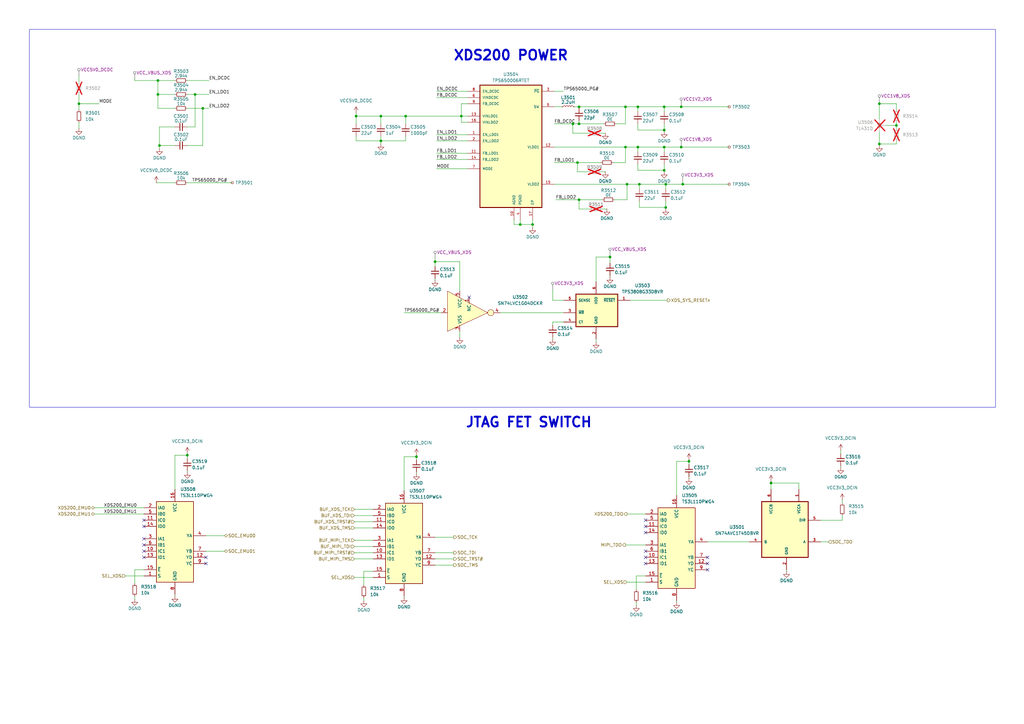
<source format=kicad_sch>
(kicad_sch (version 20250114) (generator "eeschema") (generator_version "9.0")
  (paper "A3")
  (title_block (title "Barre de son (base saine)") (date "2025-05-16") (rev "1.0") (company "NDH"))
  (lib_symbols
    (symbol "Connector:TestPoint_Small" (pin_numbers (hide yes)) (pin_names (offset 0.762) (hide yes))
      (property "Reference" "TP" (at 0 3.81 0))
      (property "Value" "TestPoint_Small" (at 0 2.032 0))
      (symbol "TestPoint_Small_0_1"
        (circle (center 0 0) (radius 0.508))
      )
      (symbol "TestPoint_Small_1_1"
        (pin passive line (at 0 0 90) (length 0) (name "1") (number "1"))
      )
    )
    (symbol "Device:C_Small" (pin_numbers (hide yes)) (pin_names (offset 0.254) (hide yes))
      (property "Reference" "C" (at 0.254 1.778 0))
      (property "Value" "C_Small" (at 0.254 -2.032 0))
      (symbol "C_Small_0_1"
        (polyline (pts (xy -1.524 0.508) (xy 1.524 0.508)) (stroke (width 0.3048)))
        (polyline (pts (xy -1.524 -0.508) (xy 1.524 -0.508)) (stroke (width 0.3302)))
      )
      (symbol "C_Small_1_1"
        (pin passive line (at 0 2.54 270) (length 2.032) (name "~") (number "1"))
        (pin passive line (at 0 -2.54 90) (length 2.032) (name "~") (number "2"))
      )
    )
    (symbol "Device:L_Small" (pin_numbers (hide yes)) (pin_names (offset 0.254) (hide yes))
      (property "Reference" "L" (at 0.762 1.016 0))
      (property "Value" "L_Small" (at 0.762 -1.016 0))
      (symbol "L_Small_0_1"
        (arc (start 0 2.032) (mid 0.5058 1.524) (end 0 1.016))
        (arc (start 0 1.016) (mid 0.5058 0.508) (end 0 0))
        (arc (start 0 0) (mid 0.5058 -0.508) (end 0 -1.016))
        (arc (start 0 -1.016) (mid 0.5058 -1.524) (end 0 -2.032))
      )
      (symbol "L_Small_1_1"
        (pin passive line (at 0 2.54 270) (length 0.508) (name "~") (number "1"))
        (pin passive line (at 0 -2.54 90) (length 0.508) (name "~") (number "2"))
      )
    )
    (symbol "Device:R_Small" (pin_numbers (hide yes)) (pin_names (offset 0.254) (hide yes))
      (property "Reference" "R" (at 0.762 0.508 0))
      (property "Value" "R_Small" (at 0.762 -1.016 0))
      (symbol "R_Small_0_1"
        (rectangle (start -0.762 1.778) (end 0.762 -1.778) (stroke (width 0.2032)))
      )
      (symbol "R_Small_1_1"
        (pin passive line (at 0 2.54 270) (length 0.762) (name "~") (number "1"))
        (pin passive line (at 0 -2.54 90) (length 0.762) (name "~") (number "2"))
      )
    )
    (symbol "Libglobal:SN74AVC1T45DBVR" (pin_names (offset 1.016))
      (property "Reference" "U" (at -12.7 13.7 0))
      (property "Value" "SN74AVC1T45DBVR" (at 2.286 -16.256 0))
      (symbol "SN74AVC1T45DBVR_0_0"
        (rectangle (start -12.7 10.16) (end 6.35 -12.7) (stroke (width 0.41)) (fill (type background)))
        (pin input line (at -17.78 2.54 0) (length 5.08) (name "DIR") (number "5"))
        (pin input line (at -17.78 -6.35 0) (length 5.08) (name "A") (number "3"))
        (pin power_in line (at -8.89 15.24 270) (length 5.08) (name "VCCA") (number "1"))
        (pin power_in line (at -3.81 -17.78 90) (length 5.08) (name "GND") (number "2"))
        (pin power_in line (at 2.54 15.24 270) (length 5.08) (name "VCCB") (number "6"))
        (pin output line (at 11.43 -6.35 180) (length 5.08) (name "B") (number "4"))
      )
    )
    (symbol "Libglobal:SN74LVC1G04DCKR"
      (property "Reference" "U" (at 0 0 0))
      (property "Value" "SN74LVC1G04DCKR" (at -0.508 -1.524 0))
      (symbol "SN74LVC1G04DCKR_1_1"
        (polyline (pts (xy -10.16 -11.43) (xy -10.16 -24.13) (xy 6.35 -16.51) (xy -10.16 -7.62) (xy -10.16 -11.43)) (fill (type background)))
        (circle (center 6.35 -16.51) (radius 0.0001))
        (circle (center 7.62 -16.51) (radius 1.27) (fill (type background)))
        (pin input line (at -12.7 -16.51 0) (length 2.54) (name "") (number "2"))
        (pin input line (at -5.08 -7.62 270) (length 2.54) (name "VCC") (number "5"))
        (pin input line (at -5.08 -24.13 90) (length 2.54) (name "VSS") (number "3"))
        (pin input line (at -1.27 -10.16 270) (length 2.54) (name "NC") (number "1"))
        (pin output line (at 11.43 -16.51 180) (length 2.54) (name "") (number "4"))
      )
    )
    (symbol "Libglobal:TPS3808G33DBVR" (pin_names (offset 1.016))
      (property "Reference" "U" (at -20.574 16.002 0))
      (property "Value" "TPS3808G33DBVR" (at -20.574 13.97 0))
      (symbol "TPS3808G33DBVR_0_0"
        (rectangle (start -8.255 12.7) (end 8.89 -0.635) (stroke (width 0.41)) (fill (type background)))
        (pin input line (at -13.335 10.16 0) (length 5.08) (name "SENSE") (number "5"))
        (pin input line (at -13.335 5.08 0) (length 5.08) (name "~{MR}") (number "3"))
        (pin input line (at -13.335 1.27 0) (length 5.08) (name "CT") (number "4"))
        (pin power_in line (at 0 17.78 270) (length 5.08) (name "VDD") (number "6"))
        (pin power_in line (at 0 -5.715 90) (length 5.08) (name "GND") (number "2"))
        (pin output line (at 13.97 10.16 180) (length 5.08) (name "~{RESET}") (number "1"))
      )
    )
    (symbol "Libglobal:TPS650006RTET" (pin_names (offset 1.016))
      (property "Reference" "U" (at -14.986 28.956 0))
      (property "Value" "TPS650006RTET" (at -14.986 26.416 0))
      (symbol "TPS650006RTET_0_0"
        (rectangle (start -15.24 25.4) (end 10.16 -24.765) (stroke (width 0.4064)) (fill (type background)))
        (pin input line (at -20.32 22.86 0) (length 5.08) (name "EN_DCDC") (number "8"))
        (pin power_in line (at -20.32 20.32 0) (length 5.08) (name "VINDCDC") (number "6"))
        (pin input line (at -20.32 17.78 0) (length 5.08) (name "FB_DCDC") (number "9"))
        (pin power_in line (at -20.32 12.7 0) (length 5.08) (name "VINLDO1") (number "13"))
        (pin power_in line (at -20.32 10.16 0) (length 5.08) (name "VINLDO2") (number "16"))
        (pin input line (at -20.32 5.08 0) (length 5.08) (name "EN_LDO1") (number "1"))
        (pin input line (at -20.32 2.54 0) (length 5.08) (name "EN_LDO2") (number "2"))
        (pin input line (at -20.32 -2.54 0) (length 5.08) (name "FB_LDO1") (number "11"))
        (pin input line (at -20.32 -5.08 0) (length 5.08) (name "FB_LDO2") (number "14"))
        (pin input line (at -20.32 -8.89 0) (length 5.08) (name "MODE") (number "7"))
        (pin passive line (at -1.27 -29.845 90) (length 5.08) (name "AGND") (number "10"))
        (pin passive line (at 1.27 -29.845 90) (length 5.08) (name "PGND") (number "4"))
        (pin passive line (at 6.35 -29.845 90) (length 5.08) (name "EP") (number "17"))
        (pin output line (at 15.24 16.51 180) (length 5.08) (name "SW") (number "5"))
        (pin output line (at 15.24 0 180) (length 5.08) (name "VLDO1") (number "12"))
        (pin output line (at 15.24 -15.24 180) (length 5.08) (name "VLDO2") (number "15"))
      )
      (symbol "TPS650006RTET_1_0"
        (pin output line (at 15.24 22.86 180) (length 5.08) (name "~{PG}") (number "3"))
      )
    )
    (symbol "Libglobal:TS3L110PWG4"
      (property "Reference" "U" (at -4.572 14.224 0))
      (property "Value" "TS3L110PWG4" (at -4.572 11.684 0))
      (symbol "TS3L110PWG4_1_1"
        (rectangle (start 5.08 8.89) (end 20.32 -24.13) (stroke (width 0.254)) (fill (type background)))
        (pin passive line (at 0 6.35 0) (length 5.08) (name "IA0") (number "2"))
        (pin passive line (at 0 3.81 0) (length 5.08) (name "IB0") (number "5"))
        (pin passive line (at 0 1.27 0) (length 5.08) (name "IC0") (number "11"))
        (pin passive line (at 0 -1.27 0) (length 5.08) (name "ID0") (number "14"))
        (pin passive line (at 0 -6.35 0) (length 5.08) (name "IA1") (number "3"))
        (pin passive line (at 0 -8.89 0) (length 5.08) (name "IB1") (number "6"))
        (pin passive line (at 0 -11.43 0) (length 5.08) (name "IC1") (number "10"))
        (pin passive line (at 0 -13.97 0) (length 5.08) (name "ID1") (number "13"))
        (pin passive line (at 0 -19.05 0) (length 5.08) (name "~{E}") (number "15"))
        (pin passive line (at 0 -21.59 0) (length 5.08) (name "S") (number "1"))
        (pin passive line (at 12.7 13.97 270) (length 5.08) (name "VCC") (number "16"))
        (pin passive line (at 12.7 -29.21 90) (length 5.08) (name "GND") (number "8"))
        (pin passive line (at 25.4 -5.08 180) (length 5.08) (name "YA") (number "4"))
        (pin passive line (at 25.4 -11.43 180) (length 5.08) (name "YB") (number "7"))
        (pin passive line (at 25.4 -13.97 180) (length 5.08) (name "YD") (number "12"))
        (pin passive line (at 25.4 -16.51 180) (length 5.08) (name "YC") (number "9"))
      )
    )
    (symbol "Reference_Voltage:TL431D" (pin_numbers (hide yes)) (pin_names (hide yes))
      (property "Reference" "U" (at 0 -2.54 0))
      (property "Value" "TL431D" (at 0 -4.445 0))
      (symbol "TL431D_0_1"
        (polyline (pts (xy -1.27 0) (xy 0 0) (xy 1.27 0)))
        (polyline (pts (xy -0.762 -0.762) (xy -0.762 0.762) (xy -0.762 0.762) (xy 0.762 0) (xy -0.762 -0.762)) (fill (type outline)))
        (polyline (pts (xy 0.254 -0.762) (xy 0.762 -0.762) (xy 0.762 0.762) (xy 0.762 0.762)) (stroke (width 0.254)))
      )
      (symbol "TL431D_1_1"
        (polyline (pts (xy 0 1.27) (xy 0 0)))
        (pin passive line (at -2.54 0 0) (length 2.54) (name "A") (number "2"))
        (pin passive line (at -2.54 0 0) (length 2.54) (hide yes) (name "A") (number "3"))
        (pin passive line (at -2.54 0 0) (length 2.54) (hide yes) (name "A") (number "6"))
        (pin passive line (at -2.54 0 0) (length 2.54) (hide yes) (name "A") (number "7"))
        (pin passive line (at 0 2.54 270) (length 2.54) (name "REF") (number "8"))
        (pin passive line (at 2.54 0 180) (length 2.54) (name "K") (number "1"))
      )
    )
    (symbol "power:+1V0" (power) (pin_numbers (hide yes)) (pin_names (offset 0) (hide yes))
      (property "Value" "+1V0" (at 0 3.556 0))
      (symbol "+1V0_0_1"
        (polyline (pts (xy -0.762 1.27) (xy 0 2.54)))
        (polyline (pts (xy 0 2.54) (xy 0.762 1.27)))
        (polyline (pts (xy 0 0) (xy 0 2.54)))
      )
      (symbol "+1V0_1_1"
        (pin power_in line (at 0 0 90) (length 0) (name "~") (number "1"))
      )
    )
    (symbol "power:GND" (power) (pin_numbers (hide yes)) (pin_names (offset 0) (hide yes))
      (property "Value" "GND" (at 0 -3.81 0))
      (symbol "GND_0_1"
        (polyline (pts (xy 0 0) (xy 0 -1.27) (xy 1.27 -1.27) (xy 0 -2.54) (xy -1.27 -1.27) (xy 0 -1.27)))
      )
      (symbol "GND_1_1"
        (pin power_in line (at 0 0 270) (length 0) (name "~") (number "1"))
      )
    )
  )
  (rectangle (start 12.065 12.065) (end 408.305 167.005))
  (text "JTAG FET SWITCH \n" (at 218.44 173.355 0) (effects (font (size 4 4) (thickness 0.8) (bold yes))))
  (text "XDS200 POWER\n" (at 209.55 22.86 0) (effects (font (size 4 4) (thickness 0.8) (bold yes))))
  (junction (at 273.05 75.565))
  (junction (at 189.23 47.625))
  (junction (at 64.77 33.02))
  (junction (at 237.49 50.8))
  (junction (at 282.575 189.23))
  (junction (at 156.21 47.625))
  (junction (at 83.185 44.45))
  (junction (at 262.255 75.565))
  (junction (at 80.01 38.735))
  (junction (at 256.54 43.815))
  (junction (at 213.36 92.075))
  (junction (at 272.415 60.325))
  (junction (at 65.405 59.69))
  (junction (at 237.49 81.915))
  (junction (at 367.665 51.435))
  (junction (at 360.68 42.545))
  (junction (at 256.54 60.325))
  (junction (at 261.62 43.815))
  (junction (at 156.21 57.785))
  (junction (at 250.19 105.41))
  (junction (at 272.415 53.34))
  (junction (at 360.68 59.055))
  (junction (at 166.37 47.625))
  (junction (at 178.435 107.315))
  (junction (at 261.62 60.325))
  (junction (at 316.23 198.12))
  (junction (at 257.175 75.565))
  (junction (at 236.855 66.675))
  (junction (at 279.4 43.815))
  (junction (at 272.415 43.815))
  (junction (at 237.49 43.815))
  (junction (at 170.815 187.325))
  (junction (at 32.385 42.545))
  (junction (at 273.05 85.09))
  (junction (at 279.4 60.325))
  (junction (at 280.035 75.565))
  (junction (at 218.44 92.075))
  (junction (at 64.77 38.735))
  (junction (at 146.05 47.625))
  (junction (at 234.95 50.8))
  (junction (at 76.835 186.69))
  (junction (at 272.415 69.85))
  (no_connect (at 264.795 213.36))
  (no_connect (at 84.455 228.6))
  (no_connect (at 59.055 226.06))
  (no_connect (at 290.195 228.6))
  (no_connect (at 59.055 223.52))
  (no_connect (at 264.795 226.06))
  (no_connect (at 264.795 218.44))
  (no_connect (at 290.195 231.14))
  (no_connect (at 264.795 231.14))
  (no_connect (at 290.195 233.68))
  (no_connect (at 59.055 220.98))
  (no_connect (at 59.055 213.36))
  (no_connect (at 264.795 228.6))
  (no_connect (at 84.455 231.14))
  (no_connect (at 264.795 215.9))
  (no_connect (at 59.055 215.9))
  (no_connect (at 59.055 228.6))
  (no_connect (at 192.405 121.92))
  (wire (pts (xy 85.725 44.45) (xy 83.185 44.45)))
  (wire (pts (xy 262.255 77.47) (xy 262.255 75.565)))
  (wire (pts (xy 156.21 55.88) (xy 156.21 57.785)))
  (wire (pts (xy 237.49 49.53) (xy 237.49 50.8)))
  (wire (pts (xy 367.665 42.545) (xy 367.665 45.085)))
  (wire (pts (xy 234.95 54.61) (xy 234.95 50.8)))
  (wire (pts (xy 256.54 50.8) (xy 256.54 43.815)))
  (wire (pts (xy 191.77 69.215) (xy 179.07 69.215)))
  (wire (pts (xy 257.175 210.82) (xy 264.795 210.82)))
  (wire (pts (xy 227.33 60.325) (xy 256.54 60.325)))
  (wire (pts (xy 55.245 244.475) (xy 55.245 245.745)))
  (wire (pts (xy 38.735 210.82) (xy 59.055 210.82)))
  (wire (pts (xy 257.175 238.76) (xy 264.795 238.76)))
  (wire (pts (xy 316.23 198.12) (xy 316.23 200.66)))
  (wire (pts (xy 186.055 220.345) (xy 178.435 220.345)))
  (wire (pts (xy 256.54 43.815) (xy 237.49 43.815)))
  (wire (pts (xy 273.05 75.565) (xy 280.035 75.565)))
  (wire (pts (xy 92.075 226.06) (xy 84.455 226.06)))
  (wire (pts (xy 261.62 45.72) (xy 261.62 43.815)))
  (wire (pts (xy 64.135 74.93) (xy 71.755 74.93)))
  (wire (pts (xy 76.835 74.93) (xy 95.25 74.93)))
  (wire (pts (xy 166.37 47.625) (xy 189.23 47.625)))
  (wire (pts (xy 256.54 223.52) (xy 264.795 223.52)))
  (wire (pts (xy 262.255 82.55) (xy 262.255 85.09)))
  (wire (pts (xy 251.46 66.675) (xy 256.54 66.675)))
  (wire (pts (xy 260.985 236.22) (xy 264.795 236.22)))
  (wire (pts (xy 156.21 57.785) (xy 146.05 57.785)))
  (wire (pts (xy 247.65 50.8) (xy 237.49 50.8)))
  (wire (pts (xy 145.415 229.235) (xy 153.035 229.235)))
  (wire (pts (xy 218.44 93.345) (xy 218.44 92.075)))
  (wire (pts (xy 236.855 66.675) (xy 246.38 66.675)))
  (wire (pts (xy 360.68 48.895) (xy 360.68 42.545)))
  (wire (pts (xy 165.735 128.27) (xy 180.975 128.27)))
  (wire (pts (xy 272.415 50.8) (xy 272.415 53.34)))
  (wire (pts (xy 279.4 43.815) (xy 299.085 43.815)))
  (wire (pts (xy 32.385 52.705) (xy 32.385 50.165)))
  (wire (pts (xy 85.725 38.735) (xy 80.01 38.735)))
  (wire (pts (xy 178.435 109.22) (xy 178.435 107.315)))
  (wire (pts (xy 76.835 186.69) (xy 76.835 187.96)))
  (wire (pts (xy 248.285 54.61) (xy 246.38 54.61)))
  (wire (pts (xy 367.665 57.785) (xy 367.665 59.055)))
  (wire (pts (xy 145.415 213.995) (xy 153.035 213.995)))
  (wire (pts (xy 145.415 221.615) (xy 153.035 221.615)))
  (wire (pts (xy 282.575 188.595) (xy 282.575 189.23)))
  (wire (pts (xy 83.185 59.69) (xy 83.185 44.45)))
  (wire (pts (xy 165.735 187.325) (xy 170.815 187.325)))
  (wire (pts (xy 178.435 107.315) (xy 188.595 107.315)))
  (wire (pts (xy 188.595 107.315) (xy 188.595 119.38)))
  (wire (pts (xy 191.77 65.405) (xy 179.07 65.405)))
  (wire (pts (xy 156.21 59.055) (xy 156.21 57.785)))
  (wire (pts (xy 191.77 40.005) (xy 179.07 40.005)))
  (wire (pts (xy 146.05 57.785) (xy 146.05 55.88)))
  (wire (pts (xy 244.475 115.57) (xy 244.475 105.41)))
  (wire (pts (xy 80.01 52.07) (xy 80.01 38.735)))
  (wire (pts (xy 210.82 92.075) (xy 210.82 90.17)))
  (wire (pts (xy 71.755 244.475) (xy 71.755 243.84)))
  (wire (pts (xy 227.33 43.815) (xy 230.505 43.815)))
  (wire (pts (xy 273.05 82.55) (xy 273.05 85.09)))
  (wire (pts (xy 191.77 62.865) (xy 179.07 62.865)))
  (wire (pts (xy 80.01 38.735) (xy 76.835 38.735)))
  (wire (pts (xy 252.095 81.915) (xy 257.175 81.915)))
  (wire (pts (xy 213.36 92.075) (xy 218.44 92.075)))
  (wire (pts (xy 277.495 247.015) (xy 277.495 246.38)))
  (wire (pts (xy 272.415 67.31) (xy 272.415 69.85)))
  (wire (pts (xy 282.575 189.23) (xy 282.575 190.5)))
  (wire (pts (xy 260.985 247.015) (xy 260.985 248.285)))
  (wire (pts (xy 145.415 216.535) (xy 153.035 216.535)))
  (wire (pts (xy 189.23 47.625) (xy 191.77 47.625)))
  (wire (pts (xy 226.695 123.19) (xy 231.14 123.19)))
  (wire (pts (xy 322.58 234.315) (xy 322.58 233.68)))
  (wire (pts (xy 178.435 114.935) (xy 178.435 114.3)))
  (wire (pts (xy 191.77 42.545) (xy 189.23 42.545)))
  (wire (pts (xy 261.62 69.85) (xy 272.415 69.85)))
  (wire (pts (xy 32.385 42.545) (xy 32.385 45.085)))
  (wire (pts (xy 65.405 59.69) (xy 71.755 59.69)))
  (wire (pts (xy 237.49 81.915) (xy 247.015 81.915)))
  (wire (pts (xy 71.755 186.69) (xy 76.835 186.69)))
  (wire (pts (xy 71.755 200.66) (xy 71.755 186.69)))
  (wire (pts (xy 248.92 85.725) (xy 247.015 85.725)))
  (wire (pts (xy 145.415 208.915) (xy 153.035 208.915)))
  (wire (pts (xy 260.985 241.935) (xy 260.985 236.22)))
  (wire (pts (xy 55.245 32.385) (xy 55.245 33.02)))
  (wire (pts (xy 71.755 33.02) (xy 64.77 33.02)))
  (wire (pts (xy 191.77 55.245) (xy 179.07 55.245)))
  (wire (pts (xy 345.44 205.105) (xy 345.44 206.375)))
  (wire (pts (xy 336.55 222.25) (xy 339.725 222.25)))
  (wire (pts (xy 191.77 57.785) (xy 179.07 57.785)))
  (wire (pts (xy 279.4 59.69) (xy 279.4 60.325)))
  (wire (pts (xy 262.255 85.09) (xy 273.05 85.09)))
  (wire (pts (xy 237.49 44.45) (xy 237.49 43.815)))
  (wire (pts (xy 250.19 104.775) (xy 250.19 105.41)))
  (wire (pts (xy 367.665 59.055) (xy 360.68 59.055)))
  (wire (pts (xy 65.405 60.96) (xy 65.405 59.69)))
  (wire (pts (xy 149.225 245.11) (xy 149.225 246.38)))
  (wire (pts (xy 213.36 90.17) (xy 213.36 92.075)))
  (wire (pts (xy 273.05 77.47) (xy 273.05 75.565)))
  (wire (pts (xy 256.54 60.325) (xy 256.54 66.675)))
  (wire (pts (xy 165.735 201.295) (xy 165.735 187.325)))
  (wire (pts (xy 244.475 105.41) (xy 250.19 105.41)))
  (wire (pts (xy 145.415 224.155) (xy 153.035 224.155)))
  (wire (pts (xy 250.19 105.41) (xy 250.19 107.95)))
  (wire (pts (xy 55.245 239.395) (xy 55.245 233.68)))
  (wire (pts (xy 272.415 53.975) (xy 272.415 53.34)))
  (wire (pts (xy 279.4 43.18) (xy 279.4 43.815)))
  (wire (pts (xy 344.805 191.77) (xy 344.805 191.135)))
  (wire (pts (xy 64.77 33.02) (xy 55.245 33.02)))
  (wire (pts (xy 64.77 44.45) (xy 64.77 38.735)))
  (wire (pts (xy 261.62 62.23) (xy 261.62 60.325)))
  (wire (pts (xy 76.835 59.69) (xy 83.185 59.69)))
  (wire (pts (xy 213.36 92.075) (xy 210.82 92.075)))
  (wire (pts (xy 360.68 59.69) (xy 360.68 59.055)))
  (wire (pts (xy 261.62 67.31) (xy 261.62 69.85)))
  (wire (pts (xy 256.54 43.815) (xy 261.62 43.815)))
  (wire (pts (xy 32.385 38.735) (xy 32.385 42.545)))
  (wire (pts (xy 250.19 113.665) (xy 250.19 113.03)))
  (wire (pts (xy 51.435 236.22) (xy 59.055 236.22)))
  (wire (pts (xy 231.14 132.08) (xy 226.695 132.08)))
  (wire (pts (xy 145.415 211.455) (xy 153.035 211.455)))
  (wire (pts (xy 290.195 222.25) (xy 307.34 222.25)))
  (wire (pts (xy 146.05 46.355) (xy 146.05 47.625)))
  (wire (pts (xy 273.05 85.725) (xy 273.05 85.09)))
  (wire (pts (xy 237.49 43.815) (xy 235.585 43.815)))
  (wire (pts (xy 189.23 50.165) (xy 189.23 47.625)))
  (wire (pts (xy 227.33 75.565) (xy 257.175 75.565)))
  (wire (pts (xy 316.23 197.485) (xy 316.23 198.12)))
  (wire (pts (xy 367.665 50.165) (xy 367.665 51.435)))
  (wire (pts (xy 280.035 75.565) (xy 299.085 75.565)))
  (wire (pts (xy 231.14 37.465) (xy 227.33 37.465)))
  (wire (pts (xy 83.185 44.45) (xy 76.835 44.45)))
  (wire (pts (xy 272.415 43.815) (xy 279.4 43.815)))
  (wire (pts (xy 38.735 208.28) (xy 59.055 208.28)))
  (wire (pts (xy 92.075 219.71) (xy 84.455 219.71)))
  (wire (pts (xy 261.62 60.325) (xy 272.415 60.325)))
  (wire (pts (xy 226.695 132.08) (xy 226.695 133.35)))
  (wire (pts (xy 188.595 138.43) (xy 188.595 135.89)))
  (wire (pts (xy 205.105 128.27) (xy 231.14 128.27)))
  (wire (pts (xy 360.68 53.975) (xy 360.68 59.055)))
  (wire (pts (xy 186.055 231.775) (xy 178.435 231.775)))
  (wire (pts (xy 226.695 118.745) (xy 226.695 123.19)))
  (wire (pts (xy 191.77 37.465) (xy 179.07 37.465)))
  (wire (pts (xy 261.62 53.34) (xy 272.415 53.34)))
  (wire (pts (xy 257.175 75.565) (xy 257.175 81.915)))
  (wire (pts (xy 218.44 90.17) (xy 218.44 92.075)))
  (wire (pts (xy 149.225 240.03) (xy 149.225 234.315)))
  (wire (pts (xy 64.77 38.735) (xy 71.755 38.735)))
  (wire (pts (xy 85.725 33.02) (xy 76.835 33.02)))
  (wire (pts (xy 241.3 70.485) (xy 236.855 70.485)))
  (wire (pts (xy 166.37 57.785) (xy 156.21 57.785)))
  (wire (pts (xy 186.055 226.695) (xy 178.435 226.695)))
  (wire (pts (xy 186.055 229.235) (xy 178.435 229.235)))
  (wire (pts (xy 360.68 42.545) (xy 367.665 42.545)))
  (wire (pts (xy 226.695 139.065) (xy 226.695 138.43)))
  (wire (pts (xy 344.805 184.785) (xy 344.805 186.055)))
  (wire (pts (xy 76.835 186.055) (xy 76.835 186.69)))
  (wire (pts (xy 236.855 70.485) (xy 236.855 66.675)))
  (wire (pts (xy 76.835 193.675) (xy 76.835 193.04)))
  (wire (pts (xy 166.37 55.88) (xy 166.37 57.785)))
  (wire (pts (xy 170.815 187.325) (xy 170.815 188.595)))
  (wire (pts (xy 272.415 70.485) (xy 272.415 69.85)))
  (wire (pts (xy 272.415 62.23) (xy 272.415 60.325)))
  (wire (pts (xy 327.66 198.12) (xy 316.23 198.12)))
  (wire (pts (xy 277.495 189.23) (xy 282.575 189.23)))
  (wire (pts (xy 257.175 75.565) (xy 262.255 75.565)))
  (wire (pts (xy 170.815 194.31) (xy 170.815 193.675)))
  (wire (pts (xy 248.285 70.485) (xy 246.38 70.485)))
  (wire (pts (xy 262.255 75.565) (xy 273.05 75.565)))
  (wire (pts (xy 367.665 52.705) (xy 367.665 51.435)))
  (wire (pts (xy 156.21 47.625) (xy 166.37 47.625)))
  (wire (pts (xy 227.965 81.915) (xy 237.49 81.915)))
  (wire (pts (xy 272.415 43.815) (xy 261.62 43.815)))
  (wire (pts (xy 241.935 85.725) (xy 237.49 85.725)))
  (wire (pts (xy 272.415 45.72) (xy 272.415 43.815)))
  (wire (pts (xy 191.77 50.165) (xy 189.23 50.165)))
  (wire (pts (xy 71.755 52.07) (xy 65.405 52.07)))
  (wire (pts (xy 345.44 211.455) (xy 345.44 213.36)))
  (wire (pts (xy 256.54 60.325) (xy 261.62 60.325)))
  (wire (pts (xy 64.77 38.735) (xy 64.77 33.02)))
  (wire (pts (xy 241.3 54.61) (xy 234.95 54.61)))
  (wire (pts (xy 360.68 41.91) (xy 360.68 42.545)))
  (wire (pts (xy 76.835 52.07) (xy 80.01 52.07)))
  (wire (pts (xy 237.49 85.725) (xy 237.49 81.915)))
  (wire (pts (xy 252.73 50.8) (xy 256.54 50.8)))
  (wire (pts (xy 145.415 226.695) (xy 153.035 226.695)))
  (wire (pts (xy 367.665 51.435) (xy 363.22 51.435)))
  (wire (pts (xy 55.245 233.68) (xy 59.055 233.68)))
  (wire (pts (xy 156.21 47.625) (xy 146.05 47.625)))
  (wire (pts (xy 273.685 123.19) (xy 258.445 123.19)))
  (wire (pts (xy 327.66 200.66) (xy 327.66 198.12)))
  (wire (pts (xy 227.33 66.675) (xy 236.855 66.675)))
  (wire (pts (xy 170.815 186.69) (xy 170.815 187.325)))
  (wire (pts (xy 71.755 44.45) (xy 64.77 44.45)))
  (wire (pts (xy 146.05 47.625) (xy 146.05 50.8)))
  (wire (pts (xy 65.405 52.07) (xy 65.405 59.69)))
  (wire (pts (xy 261.62 50.8) (xy 261.62 53.34)))
  (wire (pts (xy 234.95 50.8) (xy 227.33 50.8)))
  (wire (pts (xy 345.44 213.36) (xy 336.55 213.36)))
  (wire (pts (xy 32.385 31.115) (xy 32.385 33.655)))
  (wire (pts (xy 272.415 60.325) (xy 279.4 60.325)))
  (wire (pts (xy 40.64 42.545) (xy 32.385 42.545)))
  (wire (pts (xy 280.035 74.295) (xy 280.035 75.565)))
  (wire (pts (xy 149.225 234.315) (xy 153.035 234.315)))
  (wire (pts (xy 277.495 203.2) (xy 277.495 189.23)))
  (wire (pts (xy 166.37 50.8) (xy 166.37 47.625)))
  (wire (pts (xy 282.575 196.215) (xy 282.575 195.58)))
  (wire (pts (xy 165.735 245.11) (xy 165.735 244.475)))
  (wire (pts (xy 244.475 140.335) (xy 244.475 139.065)))
  (wire (pts (xy 279.4 60.325) (xy 299.085 60.325)))
  (wire (pts (xy 156.21 47.625) (xy 156.21 50.8)))
  (wire (pts (xy 145.415 236.855) (xy 153.035 236.855)))
  (wire (pts (xy 189.23 42.545) (xy 189.23 47.625)))
  (wire (pts (xy 178.435 106.045) (xy 178.435 107.315)))
  (wire (pts (xy 237.49 50.8) (xy 234.95 50.8)))
  (label "FB_DCDC" (at 179.07 40.005 0))
  (label "EN_DCDC" (at 85.725 33.02 0))
  (label "EN_LDO2" (at 85.725 44.45 0))
  (label "FB_LDO2" (at 227.965 81.915 0))
  (label "TPS65000_PG#" (at 165.735 128.27 0))
  (label "EN_LDO1" (at 85.725 38.735 0))
  (label "XDS200_EMU1" (at 42.545 210.82 0))
  (label "TPS65000_PG#" (at 231.14 37.465 0))
  (label "FB_LDO2" (at 179.07 65.405 0))
  (label "FB_LDO1" (at 227.33 66.675 0))
  (label "EN_LDO2" (at 179.07 57.785 0))
  (label "FB_LDO1" (at 179.07 62.865 0))
  (label "EN_DCDC" (at 179.07 37.465 0))
  (label "MODE" (at 40.64 42.545 0))
  (label "MODE" (at 179.07 69.215 0))
  (label "EN_LDO1" (at 179.07 55.245 0))
  (label "XDS200_EMU0" (at 42.545 208.28 0))
  (label "TPS65000_PG#" (at 78.74 74.93 0))
  (label "FB_DCDC" (at 227.33 50.8 0))
  (hierarchical_label "SOC_EMU01" (shape bidirectional) (at 92.075 226.06 0))
  (hierarchical_label "SOC_TDI" (shape output) (at 186.055 226.695 0))
  (hierarchical_label "BUF_XDS_TDI" (shape input) (at 145.415 211.455 180))
  (hierarchical_label "BUF_XDS_TRST#" (shape input) (at 145.415 213.995 180))
  (hierarchical_label "BUF_MIPI_TMS" (shape input) (at 145.415 229.235 180))
  (hierarchical_label "XDS200_EMU0" (shape bidirectional) (at 38.735 208.28 180))
  (hierarchical_label "BUF_MIPI_TRST#" (shape input) (at 145.415 226.695 180))
  (hierarchical_label "SOC_TCK" (shape output) (at 186.055 220.345 0))
  (hierarchical_label "SOC_TDO" (shape input) (at 339.725 222.25 0))
  (hierarchical_label "SOC_TRST#" (shape output) (at 186.055 229.235 0))
  (hierarchical_label "SOC_TMS" (shape output) (at 186.055 231.775 0))
  (hierarchical_label "SEL_XDS" (shape input) (at 145.415 236.855 180))
  (hierarchical_label "BUF_MIPI_TDI" (shape input) (at 145.415 224.155 180))
  (hierarchical_label "XDS_SYS_RESETn" (shape output) (at 273.685 123.19 0))
  (hierarchical_label "XDS200_TDO" (shape output) (at 257.175 210.82 180))
  (hierarchical_label "SOC_EMU00" (shape bidirectional) (at 92.075 219.71 0))
  (hierarchical_label "BUF_XDS_TMS" (shape input) (at 145.415 216.535 180))
  (hierarchical_label "SEL_XDS" (shape input) (at 257.175 238.76 180))
  (hierarchical_label "BUF_MIPI_TCK" (shape input) (at 145.415 221.615 180))
  (hierarchical_label "MIPI_TDO" (shape output) (at 256.54 223.52 180))
  (hierarchical_label "SEL_XDS" (shape input) (at 51.435 236.22 180))
  (hierarchical_label "XDS200_EMU1" (shape bidirectional) (at 38.735 210.82 180))
  (hierarchical_label "BUF_XDS_TCK" (shape input) (at 145.415 208.915 180))
  (netclass_flag "" (length 2.54) (shape round) (at 178.435 106.045 0) (property "Netclass" "VCC_VBUS_XDS" (at 179.1335 103.505 0) (effects (justify left))))
  (netclass_flag "" (length 2.54) (shape round) (at 226.695 118.745 0) (property "Netclass" "VCC3V3_XDS" (at 227.3935 116.205 0) (effects (justify left))))
  (netclass_flag "" (length 2.54) (shape round) (at 279.4 43.18 0) (property "Netclass" "VCC1V2_XDS" (at 280.0985 40.64 0) (effects (justify left))))
  (netclass_flag "" (length 2.54) (shape round) (at 32.385 31.115 0) (property "Netclass" "VCC5V0_DCDC" (at 33.0835 28.575 0) (effects (justify left))))
  (netclass_flag "" (length 2.54) (shape round) (at 360.68 41.91 0) (property "Netclass" "VCC1V8_XDS" (at 361.3785 39.37 0) (effects (justify left))))
  (netclass_flag "" (length 2.54) (shape round) (at 279.4 59.69 0) (property "Netclass" "VCC1V8_XDS" (at 280.0985 57.15 0) (effects (justify left))))
  (netclass_flag "" (length 2.54) (shape round) (at 55.245 32.385 0) (property "Netclass" "VCC_VBUS_XDS" (at 55.9435 29.845 0) (effects (justify left))))
  (netclass_flag "" (length 2.54) (shape round) (at 250.19 104.775 0) (property "Netclass" "VCC_VBUS_XDS" (at 250.8885 102.235 0) (effects (justify left))))
  (netclass_flag "" (length 2.54) (shape round) (at 280.035 74.295 0) (property "Netclass" "VCC3V3_XDS" (at 280.7335 71.755 0) (effects (justify left))))
  (symbol (lib_id "Device:R_Small") (at 248.92 66.675 90) (unit 1)
    (property "Reference" "R3510" (at 248.92 62.865 90))
    (property "Value" "0E" (at 248.92 64.77 90))
    (property "Description" "Resistor, small symbol" (effects (hide yes)))
  )
  (symbol (lib_id "power:+1V0") (at 282.575 188.595 0) (unit 1)
    (property "Reference" "#PWR03506" (effects (hide yes)))
    (property "Value" "VCC3V3_DCIN" (at 282.575 183.515 0))
    (property "Description" "Power symbol creates a global label with name \"+1V0\"" (effects (hide yes)))
  )
  (symbol (lib_id "Device:R_Small") (at 74.295 33.02 90) (unit 1)
    (property "Reference" "R3503" (at 74.295 29.21 90))
    (property "Value" "2.94k" (at 74.295 31.115 90))
    (property "Description" "Resistor, small symbol" (effects (hide yes)))
  )
  (symbol (lib_id "Device:R_Small") (at 243.84 70.485 90) (unit 1) (dnp yes)
    (property "Reference" "R3509" (at 243.84 68.58 90))
    (property "Value" "0E" (effects (hide yes)))
    (property "Description" "Resistor, small symbol" (effects (hide yes)))
  )
  (symbol (lib_id "power:GND") (at 170.815 194.31 0) (unit 1)
    (property "Reference" "#PWR0743" (effects (hide yes)))
    (property "Value" "DGND" (at 170.815 198.12 0))
    (property "Description" "Power symbol creates a global label with name \"GND\" , ground" (effects (hide yes)))
  )
  (symbol (lib_id "Device:R_Small") (at 244.475 85.725 90) (unit 1) (dnp yes)
    (property "Reference" "R3511" (at 244.475 83.82 90))
    (property "Value" "0E" (effects (hide yes)))
    (property "Description" "Resistor, small symbol" (effects (hide yes)))
  )
  (symbol (lib_id "power:GND") (at 272.415 53.975 0) (unit 1)
    (property "Reference" "#PWR0724" (effects (hide yes)))
    (property "Value" "DGND" (at 272.415 57.785 0))
    (property "Description" "Power symbol creates a global label with name \"GND\" , ground" (effects (hide yes)))
  )
  (symbol (lib_id "power:GND") (at 272.415 70.485 0) (unit 1)
    (property "Reference" "#PWR0726" (effects (hide yes)))
    (property "Value" "DGND" (at 272.415 74.295 0))
    (property "Description" "Power symbol creates a global label with name \"GND\" , ground" (effects (hide yes)))
  )
  (symbol (lib_id "Device:C_Small") (at 261.62 48.26 0) (unit 1)
    (property "Reference" "C3507" (at 263.525 46.99 0) (effects (justify left)))
    (property "Value" "22uF" (at 263.525 49.53 0) (effects (justify left)))
    (property "Description" "Unpolarized capacitor, small symbol" (effects (hide yes)))
  )
  (symbol (lib_id "Device:C_Small") (at 344.805 188.595 0) (unit 1)
    (property "Reference" "C3516" (at 346.71 187.325 0) (effects (justify left)))
    (property "Value" "0.1uF" (at 346.71 189.865 0) (effects (justify left)))
    (property "Description" "Unpolarized capacitor, small symbol" (effects (hide yes)))
  )
  (symbol (lib_id "power:GND") (at 55.245 245.745 0) (unit 1)
    (property "Reference" "#PWR0744" (effects (hide yes)))
    (property "Value" "DGND" (at 55.245 249.555 0))
    (property "Description" "Power symbol creates a global label with name \"GND\" , ground" (effects (hide yes)))
  )
  (symbol (lib_id "Connector:TestPoint_Small") (at 95.25 74.93 0) (unit 1)
    (property "Reference" "TP3501" (at 96.52 74.9299 0) (effects (justify left)))
    (property "Value" "TestPoint_Small" (effects (hide yes)))
    (property "Description" "test point" (effects (hide yes)))
  )
  (symbol (lib_id "power:GND") (at 248.285 54.61 0) (unit 1)
    (property "Reference" "#PWR0725" (effects (hide yes)))
    (property "Value" "DGND" (at 248.285 58.42 0))
    (property "Description" "Power symbol creates a global label with name \"GND\" , ground" (effects (hide yes)))
  )
  (symbol (lib_id "Device:C_Small") (at 273.05 80.01 0) (unit 1)
    (property "Reference" "C3512" (at 274.955 78.74 0) (effects (justify left)))
    (property "Value" "0.1uF" (at 274.955 81.28 0) (effects (justify left)))
    (property "Description" "Unpolarized capacitor, small symbol" (effects (hide yes)))
  )
  (symbol (lib_id "Device:C_Small") (at 156.21 53.34 0) (unit 1)
    (property "Reference" "C3504" (at 158.115 52.07 0) (effects (justify left)))
    (property "Value" "1uF" (at 158.115 54.61 0) (effects (justify left)))
    (property "Description" "Unpolarized capacitor, small symbol" (effects (hide yes)))
  )
  (symbol (lib_id "power:GND") (at 188.595 138.43 0) (unit 1)
    (property "Reference" "#PWR0731" (effects (hide yes)))
    (property "Value" "DGND" (at 188.595 142.24 0))
    (property "Description" "Power symbol creates a global label with name \"GND\" , ground" (effects (hide yes)))
  )
  (symbol (lib_id "Connector:TestPoint_Small") (at 299.085 75.565 0) (unit 1)
    (property "Reference" "TP3504" (at 300.355 75.5649 0) (effects (justify left)))
    (property "Value" "TestPoint_Small" (effects (hide yes)))
    (property "Description" "test point" (effects (hide yes)))
  )
  (symbol (lib_id "Device:R_Small") (at 243.84 54.61 90) (unit 1) (dnp yes)
    (property "Reference" "R3508" (at 243.84 52.705 90))
    (property "Value" "0E" (effects (hide yes)))
    (property "Description" "Resistor, small symbol" (effects (hide yes)))
  )
  (symbol (lib_id "power:GND") (at 273.05 85.725 0) (unit 1)
    (property "Reference" "#PWR0729" (effects (hide yes)))
    (property "Value" "DGND" (at 273.05 89.535 0))
    (property "Description" "Power symbol creates a global label with name \"GND\" , ground" (effects (hide yes)))
  )
  (symbol (lib_id "power:+1V0") (at 146.05 46.355 0) (unit 1)
    (property "Reference" "#PWR03502" (effects (hide yes)))
    (property "Value" "VCC5V0_DCDC" (at 146.05 41.275 0))
    (property "Description" "Power symbol creates a global label with name \"+1V0\"" (effects (hide yes)))
  )
  (symbol (lib_id "power:+1V0") (at 344.805 184.785 0) (unit 1)
    (property "Reference" "#PWR03504" (effects (hide yes)))
    (property "Value" "VCC3V3_DCIN" (at 344.805 179.705 0))
    (property "Description" "Power symbol creates a global label with name \"+1V0\"" (effects (hide yes)))
  )
  (symbol (lib_id "Connector:TestPoint_Small") (at 299.085 43.815 0) (unit 1)
    (property "Reference" "TP3502" (at 300.355 43.8149 0) (effects (justify left)))
    (property "Value" "TestPoint_Small" (effects (hide yes)))
    (property "Description" "test point" (effects (hide yes)))
  )
  (symbol (lib_id "power:GND") (at 156.21 59.055 0) (unit 1)
    (property "Reference" "#PWR0723" (effects (hide yes)))
    (property "Value" "DGND" (at 156.21 62.865 0))
    (property "Description" "Power symbol creates a global label with name \"GND\" , ground" (effects (hide yes)))
  )
  (symbol (lib_id "Device:C_Small") (at 272.415 64.77 0) (unit 1)
    (property "Reference" "C3510" (at 274.32 63.5 0) (effects (justify left)))
    (property "Value" "0.1uF" (at 274.32 66.04 0) (effects (justify left)))
    (property "Description" "Unpolarized capacitor, small symbol" (effects (hide yes)))
  )
  (symbol (lib_id "Libglobal:TS3L110PWG4") (at 59.055 214.63 0) (unit 1)
    (property "Reference" "U3508" (at 73.8983 200.66 0) (effects (justify left)))
    (property "Value" "TS3L110PWG4" (at 73.8983 203.2 0) (effects (justify left)))
    (property "Footprint" "SOP65P640X120-16N" (effects (hide yes)))
    (property "Datasheet" "https://datasheet.datasheetarchive.com/originals/distributors/Datasheets-SFU2/DSASFU100028098.pdf" (effects (hide yes)))
    (property "Description" "Switch ICs - Various Quad SPDT Hi-BW 10/ 100 Base-T Lan Sw" (effects (hide yes)))
    (property "Height" "1.2" (effects (hide yes)))
    (property "Manufacturer_Name" "Texas Instruments" (effects (hide yes)))
    (property "Manufacturer_Part_Number" "TS3L110PWG4" (effects (hide yes)))
    (property "Mouser Part Number" "595-TS3L110PWG4" (effects (hide yes)))
    (property "Mouser Price/Stock" "https://www.mouser.co.uk/ProductDetail/Texas-Instruments/TS3L110PWG4?qs=0OHPnBYoB%2FlHsMxGg3wKhQ%3D%3D" (effects (hide yes)))
    (property "Arrow Part Number" "TS3L110PWG4" (effects (hide yes)))
    (property "Arrow Price/Stock" "https://www.arrow.com/en/products/ts3l110pwg4/texas-instruments?region=europe" (effects (hide yes)))
  )
  (symbol (lib_id "Device:C_Small") (at 282.575 193.04 0) (unit 1)
    (property "Reference" "C3517" (at 284.48 191.77 0) (effects (justify left)))
    (property "Value" "0.1uF" (at 284.48 194.31 0) (effects (justify left)))
    (property "Description" "Unpolarized capacitor, small symbol" (effects (hide yes)))
  )
  (symbol (lib_id "power:GND") (at 322.58 234.315 0) (unit 1)
    (property "Reference" "#PWR0737" (effects (hide yes)))
    (property "Value" "DGND" (at 322.58 238.125 0))
    (property "Description" "Power symbol creates a global label with name \"GND\" , ground" (effects (hide yes)))
  )
  (symbol (lib_id "Device:C_Small") (at 74.295 59.69 90) (unit 1)
    (property "Reference" "C3502" (at 74.295 55.245 90))
    (property "Value" "0.1uF" (at 74.295 57.15 90))
    (property "Description" "Unpolarized capacitor, small symbol" (effects (hide yes)))
  )
  (symbol (lib_id "Device:R_Small") (at 32.385 36.195 0) (unit 1) (dnp yes)
    (property "Reference" "R3502" (at 34.925 36.1949 0) (effects (justify left)))
    (property "Value" "10k" (effects (hide yes)))
    (property "Description" "Resistor, small symbol" (effects (hide yes)))
  )
  (symbol (lib_id "Device:C_Small") (at 166.37 53.34 0) (unit 1)
    (property "Reference" "C3505" (at 168.275 52.07 0) (effects (justify left)))
    (property "Value" "1000pF" (at 168.275 54.61 0) (effects (justify left)))
    (property "Description" "Unpolarized capacitor, small symbol" (effects (hide yes)))
  )
  (symbol (lib_id "power:GND") (at 244.475 140.335 0) (unit 1)
    (property "Reference" "#PWR0733" (effects (hide yes)))
    (property "Value" "DGND" (at 244.475 144.145 0))
    (property "Description" "Power symbol creates a global label with name \"GND\" , ground" (effects (hide yes)))
  )
  (symbol (lib_id "Libglobal:TS3L110PWG4") (at 264.795 217.17 0) (unit 1)
    (property "Reference" "U3505" (at 279.6383 203.2 0) (effects (justify left)))
    (property "Value" "TS3L110PWG4" (at 279.6383 205.74 0) (effects (justify left)))
    (property "Footprint" "SOP65P640X120-16N" (effects (hide yes)))
    (property "Datasheet" "https://datasheet.datasheetarchive.com/originals/distributors/Datasheets-SFU2/DSASFU100028098.pdf" (effects (hide yes)))
    (property "Description" "Switch ICs - Various Quad SPDT Hi-BW 10/ 100 Base-T Lan Sw" (effects (hide yes)))
    (property "Height" "1.2" (effects (hide yes)))
    (property "Manufacturer_Name" "Texas Instruments" (effects (hide yes)))
    (property "Manufacturer_Part_Number" "TS3L110PWG4" (effects (hide yes)))
    (property "Mouser Part Number" "595-TS3L110PWG4" (effects (hide yes)))
    (property "Mouser Price/Stock" "https://www.mouser.co.uk/ProductDetail/Texas-Instruments/TS3L110PWG4?qs=0OHPnBYoB%2FlHsMxGg3wKhQ%3D%3D" (effects (hide yes)))
    (property "Arrow Part Number" "TS3L110PWG4" (effects (hide yes)))
    (property "Arrow Price/Stock" "https://www.arrow.com/en/products/ts3l110pwg4/texas-instruments?region=europe" (effects (hide yes)))
  )
  (symbol (lib_id "Device:R_Small") (at 249.555 81.915 90) (unit 1)
    (property "Reference" "R3512" (at 249.555 78.105 90))
    (property "Value" "0E" (at 249.555 80.01 90))
    (property "Description" "Resistor, small symbol" (effects (hide yes)))
  )
  (symbol (lib_id "power:GND") (at 165.735 245.11 0) (unit 1)
    (property "Reference" "#PWR0742" (effects (hide yes)))
    (property "Value" "DGND" (at 165.735 248.92 0))
    (property "Description" "Power symbol creates a global label with name \"GND\" , ground" (effects (hide yes)))
  )
  (symbol (lib_id "power:GND") (at 178.435 114.935 0) (unit 1)
    (property "Reference" "#PWR0730" (effects (hide yes)))
    (property "Value" "DGND" (at 178.435 118.745 0))
    (property "Description" "Power symbol creates a global label with name \"GND\" , ground" (effects (hide yes)))
  )
  (symbol (lib_id "Device:C_Small") (at 226.695 135.89 0) (unit 1)
    (property "Reference" "C3514" (at 228.6 134.62 0) (effects (justify left)))
    (property "Value" "0.1uF" (at 228.6 137.16 0) (effects (justify left)))
    (property "Description" "Unpolarized capacitor, small symbol" (effects (hide yes)))
  )
  (symbol (lib_id "Libglobal:TPS3808G33DBVR") (at 244.475 133.35 0) (unit 1)
    (property "Reference" "U3503" (at 263.525 117.1192 0))
    (property "Value" "TPS3808G33DBVR" (at 263.525 119.6592 0))
    (property "Footprint" "TPS3808G33DBVR:SOT95P280X145-6N" (effects (hide yes)))
    (property "MF" "Texas Instruments" (effects (hide yes)))
    (property "Description_1" "Low-quiescent current supervisor with programmable delay & manual reset" (effects (hide yes)))
    (property "Package" "SOT-23-6 Texas Instruments" (effects (hide yes)))
    (property "Price" "None" (effects (hide yes)))
    (property "SnapEDA_Link" "https://www.snapeda.com/parts/TPS3808G33DBVR/Texas+Instruments/view-part/?ref=snap" (effects (hide yes)))
    (property "MP" "TPS3808G33DBVR" (effects (hide yes)))
    (property "Availability" "In Stock" (effects (hide yes)))
    (property "Check_prices" "https://www.snapeda.com/parts/TPS3808G33DBVR/Texas+Instruments/view-part/?ref=eda" (effects (hide yes)))
  )
  (symbol (lib_id "power:GND") (at 344.805 191.77 0) (unit 1)
    (property "Reference" "#PWR0736" (effects (hide yes)))
    (property "Value" "DGND" (at 344.805 195.58 0))
    (property "Description" "Power symbol creates a global label with name \"GND\" , ground" (effects (hide yes)))
  )
  (symbol (lib_id "Libglobal:SN74AVC1T45DBVR") (at 318.77 215.9 0) (mirror y) (unit 1)
    (property "Reference" "U3501" (at 302.26 216.1792 0))
    (property "Value" "SN74AVC1T45DBVR" (at 302.26 218.7192 0))
    (property "Footprint" "SN74AVC1T45DBVR:SOT95P280X145-6N" (effects (hide yes)))
    (property "MF" "Texas Instruments" (effects (hide yes)))
    (property "Description_1" "Single-Bit Dual-Supply Bus Transceiver with Configurable Voltage-Level Shifting and 3-State Outputs" (effects (hide yes)))
    (property "Package" "SOT-23-6 Texas Instruments" (effects (hide yes)))
    (property "Price" "None" (effects (hide yes)))
    (property "SnapEDA_Link" "https://www.snapeda.com/parts/SN74AVC1T45DBVR/Texas+Instruments/view-part/?ref=snap" (effects (hide yes)))
    (property "MP" "SN74AVC1T45DBVR" (effects (hide yes)))
    (property "Availability" "In Stock" (effects (hide yes)))
    (property "Check_prices" "https://www.snapeda.com/parts/SN74AVC1T45DBVR/Texas+Instruments/view-part/?ref=eda" (effects (hide yes)))
  )
  (symbol (lib_id "power:GND") (at 65.405 60.96 0) (unit 1)
    (property "Reference" "#PWR0721" (effects (hide yes)))
    (property "Value" "DGND" (at 65.405 64.77 0))
    (property "Description" "Power symbol creates a global label with name \"GND\" , ground" (effects (hide yes)))
  )
  (symbol (lib_id "power:GND") (at 149.225 246.38 0) (unit 1)
    (property "Reference" "#PWR0741" (effects (hide yes)))
    (property "Value" "DGND" (at 149.225 250.19 0))
    (property "Description" "Power symbol creates a global label with name \"GND\" , ground" (effects (hide yes)))
  )
  (symbol (lib_id "Device:L_Small") (at 233.045 43.815 90) (unit 1)
    (property "Reference" "L3501" (at 233.045 40.005 90))
    (property "Value" "2.2uH" (at 233.045 41.91 90))
    (property "Description" "Inductor, small symbol" (effects (hide yes)))
  )
  (symbol (lib_id "Libglobal:TPS650006RTET") (at 212.09 60.325 0) (unit 1)
    (property "Reference" "U3504" (at 209.55 30.48 0))
    (property "Value" "TPS650006RTET" (at 209.55 33.02 0))
    (property "Footprint" "TPS650006RTET:QFN50P300X300X80-17N" (effects (hide yes)))
    (property "MF" "Texas Instruments" (effects (hide yes)))
    (property "Description_1" "2.25MHz Step-Down Converter with Dual LDOs & SVS Power Management IC (PMIC)" (effects (hide yes)))
    (property "PACKAGE" "QFN-16" (effects (hide yes)))
    (property "MPN" "TPS650006RTET" (effects (hide yes)))
    (property "Price" "None" (effects (hide yes)))
    (property "Package" "WQFN-16 Texas Instruments" (effects (hide yes)))
    (property "OC_FARNELL" "-" (effects (hide yes)))
    (property "SnapEDA_Link" "https://www.snapeda.com/parts/TPS650006RTET/Texas+Instruments/view-part/?ref=snap" (effects (hide yes)))
    (property "MP" "TPS650006RTET" (effects (hide yes)))
    (property "SUPPLIER" "Texas Instruments" (effects (hide yes)))
    (property "OC_NEWARK" "55R7626" (effects (hide yes)))
    (property "Availability" "In Stock" (effects (hide yes)))
    (property "Check_prices" "https://www.snapeda.com/parts/TPS650006RTET/Texas+Instruments/view-part/?ref=eda" (effects (hide yes)))
  )
  (symbol (lib_id "Reference_Voltage:TL431D") (at 360.68 51.435 270) (mirror x) (unit 1) (dnp yes)
    (property "Reference" "U3506" (at 358.14 50.1649 90) (effects (justify right)))
    (property "Value" "TL431D" (at 358.14 52.7049 90) (effects (justify right)))
    (property "Footprint" "Package_SO:SOIC-8_3.9x4.9mm_P1.27mm" (effects (hide yes)))
    (property "Datasheet" "http://www.ti.com/lit/ds/symlink/tl431.pdf" (effects (hide yes)))
    (property "Description" "Shunt Regulator, SO-8" (effects (hide yes)))
  )
  (symbol (lib_id "power:GND") (at 218.44 93.345 0) (unit 1)
    (property "Reference" "#PWR0722" (effects (hide yes)))
    (property "Value" "DGND" (at 218.44 97.155 0))
    (property "Description" "Power symbol creates a global label with name \"GND\" , ground" (effects (hide yes)))
  )
  (symbol (lib_id "Device:R_Small") (at 74.295 74.93 90) (unit 1)
    (property "Reference" "R3506" (at 74.295 71.12 90))
    (property "Value" "10k" (at 74.295 73.025 90))
    (property "Description" "Resistor, small symbol" (effects (hide yes)))
  )
  (symbol (lib_id "Device:C_Small") (at 146.05 53.34 0) (unit 1)
    (property "Reference" "C3503" (at 147.955 52.07 0) (effects (justify left)))
    (property "Value" "22uF" (at 147.955 54.61 0) (effects (justify left)))
    (property "Description" "Unpolarized capacitor, small symbol" (effects (hide yes)))
  )
  (symbol (lib_id "Device:R_Small") (at 149.225 242.57 0) (unit 1)
    (property "Reference" "R3517" (at 151.765 241.2999 0) (effects (justify left)))
    (property "Value" "10k" (at 151.765 243.8399 0) (effects (justify left)))
    (property "Description" "Resistor, small symbol" (effects (hide yes)))
  )
  (symbol (lib_id "Device:C_Small") (at 261.62 64.77 0) (unit 1)
    (property "Reference" "C3509" (at 263.525 63.5 0) (effects (justify left)))
    (property "Value" "22uF" (at 263.525 66.04 0) (effects (justify left)))
    (property "Description" "Unpolarized capacitor, small symbol" (effects (hide yes)))
  )
  (symbol (lib_id "power:GND") (at 32.385 52.705 0) (unit 1)
    (property "Reference" "#PWR0720" (effects (hide yes)))
    (property "Value" "DGND" (at 32.385 56.515 0))
    (property "Description" "Power symbol creates a global label with name \"GND\" , ground" (effects (hide yes)))
  )
  (symbol (lib_id "Device:R_Small") (at 345.44 208.915 0) (unit 1)
    (property "Reference" "R3515" (at 347.98 207.6449 0) (effects (justify left)))
    (property "Value" "10k" (at 347.98 210.1849 0) (effects (justify left)))
    (property "Description" "Resistor, small symbol" (effects (hide yes)))
  )
  (symbol (lib_id "Libglobal:SN74LVC1G04DCKR") (at 193.675 111.76 0) (unit 1)
    (property "Reference" "U3502" (at 213.36 121.8498 0))
    (property "Value" "SN74LVC1G04DCKR" (at 213.36 124.3898 0))
  )
  (symbol (lib_id "power:+1V0") (at 170.815 186.69 0) (unit 1)
    (property "Reference" "#PWR03507" (effects (hide yes)))
    (property "Value" "VCC3V3_DCIN" (at 170.815 181.61 0))
    (property "Description" "Power symbol creates a global label with name \"+1V0\"" (effects (hide yes)))
  )
  (symbol (lib_id "power:+1V0") (at 76.835 186.055 0) (unit 1)
    (property "Reference" "#PWR03508" (effects (hide yes)))
    (property "Value" "VCC3V3_DCIN" (at 76.835 180.975 0))
    (property "Description" "Power symbol creates a global label with name \"+1V0\"" (effects (hide yes)))
  )
  (symbol (lib_id "power:GND") (at 282.575 196.215 0) (unit 1)
    (property "Reference" "#PWR0740" (effects (hide yes)))
    (property "Value" "DGND" (at 282.575 200.025 0))
    (property "Description" "Power symbol creates a global label with name \"GND\" , ground" (effects (hide yes)))
  )
  (symbol (lib_id "Device:C_Small") (at 250.19 110.49 0) (unit 1)
    (property "Reference" "C3515" (at 252.095 109.22 0) (effects (justify left)))
    (property "Value" "0.1uF" (at 252.095 111.76 0) (effects (justify left)))
    (property "Description" "Unpolarized capacitor, small symbol" (effects (hide yes)))
  )
  (symbol (lib_id "power:GND") (at 76.835 193.675 0) (unit 1)
    (property "Reference" "#PWR0746" (effects (hide yes)))
    (property "Value" "DGND" (at 76.835 197.485 0))
    (property "Description" "Power symbol creates a global label with name \"GND\" , ground" (effects (hide yes)))
  )
  (symbol (lib_id "Device:C_Small") (at 170.815 191.135 0) (unit 1)
    (property "Reference" "C3518" (at 172.72 189.865 0) (effects (justify left)))
    (property "Value" "0.1uF" (at 172.72 192.405 0) (effects (justify left)))
    (property "Description" "Unpolarized capacitor, small symbol" (effects (hide yes)))
  )
  (symbol (lib_id "Device:C_Small") (at 74.295 52.07 90) (unit 1)
    (property "Reference" "C3501" (at 74.295 47.625 90))
    (property "Value" "0.1uF" (at 74.295 49.53 90))
    (property "Description" "Unpolarized capacitor, small symbol" (effects (hide yes)))
  )
  (symbol (lib_id "Device:R_Small") (at 260.985 244.475 0) (unit 1)
    (property "Reference" "R3516" (at 263.525 243.2049 0) (effects (justify left)))
    (property "Value" "10k" (at 263.525 245.7449 0) (effects (justify left)))
    (property "Description" "Resistor, small symbol" (effects (hide yes)))
  )
  (symbol (lib_id "power:GND") (at 248.285 70.485 0) (unit 1)
    (property "Reference" "#PWR0727" (effects (hide yes)))
    (property "Value" "DGND" (at 248.285 74.295 0))
    (property "Description" "Power symbol creates a global label with name \"GND\" , ground" (effects (hide yes)))
  )
  (symbol (lib_id "Device:C_Small") (at 178.435 111.76 0) (unit 1)
    (property "Reference" "C3513" (at 180.34 110.49 0) (effects (justify left)))
    (property "Value" "0.1uF" (at 180.34 113.03 0) (effects (justify left)))
    (property "Description" "Unpolarized capacitor, small symbol" (effects (hide yes)))
  )
  (symbol (lib_id "power:GND") (at 260.985 248.285 0) (unit 1)
    (property "Reference" "#PWR0739" (effects (hide yes)))
    (property "Value" "DGND" (at 260.985 252.095 0))
    (property "Description" "Power symbol creates a global label with name \"GND\" , ground" (effects (hide yes)))
  )
  (symbol (lib_id "Device:R_Small") (at 74.295 38.735 90) (unit 1)
    (property "Reference" "R3504" (at 74.295 34.925 90))
    (property "Value" "2.94k" (at 74.295 36.83 90))
    (property "Description" "Resistor, small symbol" (effects (hide yes)))
  )
  (symbol (lib_id "power:GND") (at 360.68 59.69 0) (unit 1)
    (property "Reference" "#PWR0735" (effects (hide yes)))
    (property "Value" "DGND" (at 360.68 63.5 0))
    (property "Description" "Power symbol creates a global label with name \"GND\" , ground" (effects (hide yes)))
  )
  (symbol (lib_id "power:GND") (at 226.695 139.065 0) (unit 1)
    (property "Reference" "#PWR0732" (effects (hide yes)))
    (property "Value" "DGND" (at 226.695 142.875 0))
    (property "Description" "Power symbol creates a global label with name \"GND\" , ground" (effects (hide yes)))
  )
  (symbol (lib_id "Device:R_Small") (at 55.245 241.935 0) (unit 1)
    (property "Reference" "R3518" (at 57.785 240.6649 0) (effects (justify left)))
    (property "Value" "10k" (at 57.785 243.2049 0) (effects (justify left)))
    (property "Description" "Resistor, small symbol" (effects (hide yes)))
  )
  (symbol (lib_id "Device:C_Small") (at 272.415 48.26 0) (unit 1)
    (property "Reference" "C3508" (at 274.32 46.99 0) (effects (justify left)))
    (property "Value" "0.1uF" (at 274.32 49.53 0) (effects (justify left)))
    (property "Description" "Unpolarized capacitor, small symbol" (effects (hide yes)))
  )
  (symbol (lib_id "power:+1V0") (at 345.44 205.105 0) (unit 1)
    (property "Reference" "#PWR03505" (effects (hide yes)))
    (property "Value" "VCC3V3_DCIN" (at 345.44 200.025 0))
    (property "Description" "Power symbol creates a global label with name \"+1V0\"" (effects (hide yes)))
  )
  (symbol (lib_id "Device:R_Small") (at 74.295 44.45 90) (unit 1)
    (property "Reference" "R3505" (at 74.295 40.64 90))
    (property "Value" "10k" (at 74.295 42.545 90))
    (property "Description" "Resistor, small symbol" (effects (hide yes)))
  )
  (symbol (lib_id "Device:R_Small") (at 367.665 55.245 0) (unit 1) (dnp yes)
    (property "Reference" "R3513" (at 370.205 55.2449 0) (effects (justify left)))
    (property "Value" "10k" (effects (hide yes)))
    (property "Description" "Resistor, small symbol" (effects (hide yes)))
  )
  (symbol (lib_id "power:GND") (at 248.92 85.725 0) (unit 1)
    (property "Reference" "#PWR0728" (effects (hide yes)))
    (property "Value" "DGND" (at 248.92 89.535 0))
    (property "Description" "Power symbol creates a global label with name \"GND\" , ground" (effects (hide yes)))
  )
  (symbol (lib_id "Connector:TestPoint_Small") (at 299.085 60.325 0) (unit 1)
    (property "Reference" "TP3503" (at 300.355 60.3249 0) (effects (justify left)))
    (property "Value" "TestPoint_Small" (effects (hide yes)))
    (property "Description" "test point" (effects (hide yes)))
  )
  (symbol (lib_id "power:GND") (at 71.755 244.475 0) (unit 1)
    (property "Reference" "#PWR0745" (effects (hide yes)))
    (property "Value" "DGND" (at 71.755 248.285 0))
    (property "Description" "Power symbol creates a global label with name \"GND\" , ground" (effects (hide yes)))
  )
  (symbol (lib_id "Device:R_Small") (at 250.19 50.8 90) (unit 1)
    (property "Reference" "R3507" (at 250.19 46.99 90))
    (property "Value" "0E" (at 250.19 48.895 90))
    (property "Description" "Resistor, small symbol" (effects (hide yes)))
  )
  (symbol (lib_id "Libglobal:TS3L110PWG4") (at 153.035 215.265 0) (unit 1)
    (property "Reference" "U3507" (at 167.8783 201.295 0) (effects (justify left)))
    (property "Value" "TS3L110PWG4" (at 167.8783 203.835 0) (effects (justify left)))
    (property "Footprint" "SOP65P640X120-16N" (effects (hide yes)))
    (property "Datasheet" "https://datasheet.datasheetarchive.com/originals/distributors/Datasheets-SFU2/DSASFU100028098.pdf" (effects (hide yes)))
    (property "Description" "Switch ICs - Various Quad SPDT Hi-BW 10/ 100 Base-T Lan Sw" (effects (hide yes)))
    (property "Height" "1.2" (effects (hide yes)))
    (property "Manufacturer_Name" "Texas Instruments" (effects (hide yes)))
    (property "Manufacturer_Part_Number" "TS3L110PWG4" (effects (hide yes)))
    (property "Mouser Part Number" "595-TS3L110PWG4" (effects (hide yes)))
    (property "Mouser Price/Stock" "https://www.mouser.co.uk/ProductDetail/Texas-Instruments/TS3L110PWG4?qs=0OHPnBYoB%2FlHsMxGg3wKhQ%3D%3D" (effects (hide yes)))
    (property "Arrow Part Number" "TS3L110PWG4" (effects (hide yes)))
    (property "Arrow Price/Stock" "https://www.arrow.com/en/products/ts3l110pwg4/texas-instruments?region=europe" (effects (hide yes)))
  )
  (symbol (lib_id "Device:C_Small") (at 76.835 190.5 0) (unit 1)
    (property "Reference" "C3519" (at 78.74 189.23 0) (effects (justify left)))
    (property "Value" "0.1uF" (at 78.74 191.77 0) (effects (justify left)))
    (property "Description" "Unpolarized capacitor, small symbol" (effects (hide yes)))
  )
  (symbol (lib_id "Device:C_Small") (at 262.255 80.01 0) (unit 1)
    (property "Reference" "C3511" (at 264.16 78.74 0) (effects (justify left)))
    (property "Value" "22uF" (at 264.16 81.28 0) (effects (justify left)))
    (property "Description" "Unpolarized capacitor, small symbol" (effects (hide yes)))
  )
  (symbol (lib_id "power:+1V0") (at 64.135 74.93 0) (unit 1)
    (property "Reference" "#PWR03501" (effects (hide yes)))
    (property "Value" "VCC5V0_DCDC" (at 64.135 69.85 0))
    (property "Description" "Power symbol creates a global label with name \"+1V0\"" (effects (hide yes)))
  )
  (symbol (lib_id "Device:R_Small") (at 32.385 47.625 0) (unit 1)
    (property "Reference" "R3501" (at 34.925 46.3549 0) (effects (justify left)))
    (property "Value" "10k" (at 34.925 48.8949 0) (effects (justify left)))
    (property "Description" "Resistor, small symbol" (effects (hide yes)))
  )
  (symbol (lib_id "power:GND") (at 277.495 247.015 0) (unit 1)
    (property "Reference" "#PWR0738" (effects (hide yes)))
    (property "Value" "DGND" (at 277.495 250.825 0))
    (property "Description" "Power symbol creates a global label with name \"GND\" , ground" (effects (hide yes)))
  )
  (symbol (lib_id "power:+1V0") (at 316.23 197.485 0) (unit 1)
    (property "Reference" "#PWR03503" (effects (hide yes)))
    (property "Value" "VCC3V3_DCIN" (at 316.23 192.405 0))
    (property "Description" "Power symbol creates a global label with name \"+1V0\"" (effects (hide yes)))
  )
  (symbol (lib_id "Device:R_Small") (at 367.665 47.625 0) (unit 1) (dnp yes)
    (property "Reference" "R3514" (at 370.205 47.6249 0) (effects (justify left)))
    (property "Value" "10k" (effects (hide yes)))
    (property "Description" "Resistor, small symbol" (effects (hide yes)))
  )
  (symbol (lib_id "power:GND") (at 250.19 113.665 0) (unit 1)
    (property "Reference" "#PWR0734" (effects (hide yes)))
    (property "Value" "DGND" (at 250.19 117.475 0))
    (property "Description" "Power symbol creates a global label with name \"GND\" , ground" (effects (hide yes)))
  )
  (symbol (lib_id "Device:C_Small") (at 237.49 46.99 0) (unit 1)
    (property "Reference" "C3506" (at 239.395 45.72 0) (effects (justify left)))
    (property "Value" "22pF" (at 239.395 48.26 0) (effects (justify left)))
    (property "Description" "Unpolarized capacitor, small symbol" (effects (hide yes)))
  )
)
</source>
